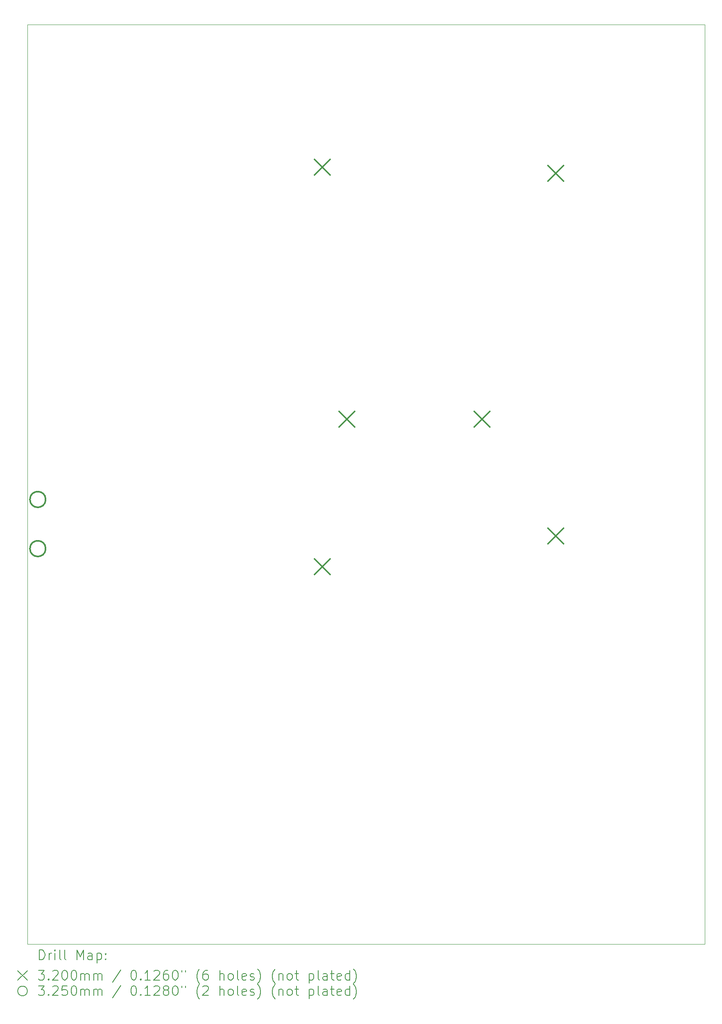
<source format=gbr>
%TF.GenerationSoftware,KiCad,Pcbnew,7.0.1*%
%TF.CreationDate,2023-08-28T22:07:16-05:00*%
%TF.ProjectId,Control v1,436f6e74-726f-46c2-9076-312e6b696361,0.1*%
%TF.SameCoordinates,Original*%
%TF.FileFunction,Drillmap*%
%TF.FilePolarity,Positive*%
%FSLAX45Y45*%
G04 Gerber Fmt 4.5, Leading zero omitted, Abs format (unit mm)*
G04 Created by KiCad (PCBNEW 7.0.1) date 2023-08-28 22:07:16*
%MOMM*%
%LPD*%
G01*
G04 APERTURE LIST*
%ADD10C,0.100000*%
%ADD11C,0.200000*%
%ADD12C,0.320000*%
%ADD13C,0.325000*%
G04 APERTURE END LIST*
D10*
X5000000Y-22500000D02*
X19000000Y-22500000D01*
X5000000Y-3500000D02*
X5000000Y-22500000D01*
X19000000Y-22500000D02*
X19000000Y-3500000D01*
X19000000Y-3500000D02*
X5000000Y-3500000D01*
D11*
D12*
X10932000Y-6285000D02*
X11252000Y-6605000D01*
X11252000Y-6285000D02*
X10932000Y-6605000D01*
X10932000Y-14540000D02*
X11252000Y-14860000D01*
X11252000Y-14540000D02*
X10932000Y-14860000D01*
X11440000Y-11492000D02*
X11760000Y-11812000D01*
X11760000Y-11492000D02*
X11440000Y-11812000D01*
X14234000Y-11492000D02*
X14554000Y-11812000D01*
X14554000Y-11492000D02*
X14234000Y-11812000D01*
X15758000Y-6412000D02*
X16078000Y-6732000D01*
X16078000Y-6412000D02*
X15758000Y-6732000D01*
X15758000Y-13905000D02*
X16078000Y-14225000D01*
X16078000Y-13905000D02*
X15758000Y-14225000D01*
D13*
X5373500Y-13309000D02*
G75*
G03*
X5373500Y-13309000I-162500J0D01*
G01*
X5373500Y-14325000D02*
G75*
G03*
X5373500Y-14325000I-162500J0D01*
G01*
D11*
X5242619Y-22817524D02*
X5242619Y-22617524D01*
X5242619Y-22617524D02*
X5290238Y-22617524D01*
X5290238Y-22617524D02*
X5318810Y-22627048D01*
X5318810Y-22627048D02*
X5337857Y-22646095D01*
X5337857Y-22646095D02*
X5347381Y-22665143D01*
X5347381Y-22665143D02*
X5356905Y-22703238D01*
X5356905Y-22703238D02*
X5356905Y-22731809D01*
X5356905Y-22731809D02*
X5347381Y-22769905D01*
X5347381Y-22769905D02*
X5337857Y-22788952D01*
X5337857Y-22788952D02*
X5318810Y-22808000D01*
X5318810Y-22808000D02*
X5290238Y-22817524D01*
X5290238Y-22817524D02*
X5242619Y-22817524D01*
X5442619Y-22817524D02*
X5442619Y-22684190D01*
X5442619Y-22722286D02*
X5452143Y-22703238D01*
X5452143Y-22703238D02*
X5461667Y-22693714D01*
X5461667Y-22693714D02*
X5480714Y-22684190D01*
X5480714Y-22684190D02*
X5499762Y-22684190D01*
X5566429Y-22817524D02*
X5566429Y-22684190D01*
X5566429Y-22617524D02*
X5556905Y-22627048D01*
X5556905Y-22627048D02*
X5566429Y-22636571D01*
X5566429Y-22636571D02*
X5575952Y-22627048D01*
X5575952Y-22627048D02*
X5566429Y-22617524D01*
X5566429Y-22617524D02*
X5566429Y-22636571D01*
X5690238Y-22817524D02*
X5671190Y-22808000D01*
X5671190Y-22808000D02*
X5661667Y-22788952D01*
X5661667Y-22788952D02*
X5661667Y-22617524D01*
X5795000Y-22817524D02*
X5775952Y-22808000D01*
X5775952Y-22808000D02*
X5766428Y-22788952D01*
X5766428Y-22788952D02*
X5766428Y-22617524D01*
X6023571Y-22817524D02*
X6023571Y-22617524D01*
X6023571Y-22617524D02*
X6090238Y-22760381D01*
X6090238Y-22760381D02*
X6156905Y-22617524D01*
X6156905Y-22617524D02*
X6156905Y-22817524D01*
X6337857Y-22817524D02*
X6337857Y-22712762D01*
X6337857Y-22712762D02*
X6328333Y-22693714D01*
X6328333Y-22693714D02*
X6309286Y-22684190D01*
X6309286Y-22684190D02*
X6271190Y-22684190D01*
X6271190Y-22684190D02*
X6252143Y-22693714D01*
X6337857Y-22808000D02*
X6318809Y-22817524D01*
X6318809Y-22817524D02*
X6271190Y-22817524D01*
X6271190Y-22817524D02*
X6252143Y-22808000D01*
X6252143Y-22808000D02*
X6242619Y-22788952D01*
X6242619Y-22788952D02*
X6242619Y-22769905D01*
X6242619Y-22769905D02*
X6252143Y-22750857D01*
X6252143Y-22750857D02*
X6271190Y-22741333D01*
X6271190Y-22741333D02*
X6318809Y-22741333D01*
X6318809Y-22741333D02*
X6337857Y-22731809D01*
X6433095Y-22684190D02*
X6433095Y-22884190D01*
X6433095Y-22693714D02*
X6452143Y-22684190D01*
X6452143Y-22684190D02*
X6490238Y-22684190D01*
X6490238Y-22684190D02*
X6509286Y-22693714D01*
X6509286Y-22693714D02*
X6518809Y-22703238D01*
X6518809Y-22703238D02*
X6528333Y-22722286D01*
X6528333Y-22722286D02*
X6528333Y-22779428D01*
X6528333Y-22779428D02*
X6518809Y-22798476D01*
X6518809Y-22798476D02*
X6509286Y-22808000D01*
X6509286Y-22808000D02*
X6490238Y-22817524D01*
X6490238Y-22817524D02*
X6452143Y-22817524D01*
X6452143Y-22817524D02*
X6433095Y-22808000D01*
X6614048Y-22798476D02*
X6623571Y-22808000D01*
X6623571Y-22808000D02*
X6614048Y-22817524D01*
X6614048Y-22817524D02*
X6604524Y-22808000D01*
X6604524Y-22808000D02*
X6614048Y-22798476D01*
X6614048Y-22798476D02*
X6614048Y-22817524D01*
X6614048Y-22693714D02*
X6623571Y-22703238D01*
X6623571Y-22703238D02*
X6614048Y-22712762D01*
X6614048Y-22712762D02*
X6604524Y-22703238D01*
X6604524Y-22703238D02*
X6614048Y-22693714D01*
X6614048Y-22693714D02*
X6614048Y-22712762D01*
X4795000Y-23045000D02*
X4995000Y-23245000D01*
X4995000Y-23045000D02*
X4795000Y-23245000D01*
X5223571Y-23037524D02*
X5347381Y-23037524D01*
X5347381Y-23037524D02*
X5280714Y-23113714D01*
X5280714Y-23113714D02*
X5309286Y-23113714D01*
X5309286Y-23113714D02*
X5328333Y-23123238D01*
X5328333Y-23123238D02*
X5337857Y-23132762D01*
X5337857Y-23132762D02*
X5347381Y-23151809D01*
X5347381Y-23151809D02*
X5347381Y-23199428D01*
X5347381Y-23199428D02*
X5337857Y-23218476D01*
X5337857Y-23218476D02*
X5328333Y-23228000D01*
X5328333Y-23228000D02*
X5309286Y-23237524D01*
X5309286Y-23237524D02*
X5252143Y-23237524D01*
X5252143Y-23237524D02*
X5233095Y-23228000D01*
X5233095Y-23228000D02*
X5223571Y-23218476D01*
X5433095Y-23218476D02*
X5442619Y-23228000D01*
X5442619Y-23228000D02*
X5433095Y-23237524D01*
X5433095Y-23237524D02*
X5423571Y-23228000D01*
X5423571Y-23228000D02*
X5433095Y-23218476D01*
X5433095Y-23218476D02*
X5433095Y-23237524D01*
X5518810Y-23056571D02*
X5528333Y-23047048D01*
X5528333Y-23047048D02*
X5547381Y-23037524D01*
X5547381Y-23037524D02*
X5595000Y-23037524D01*
X5595000Y-23037524D02*
X5614048Y-23047048D01*
X5614048Y-23047048D02*
X5623571Y-23056571D01*
X5623571Y-23056571D02*
X5633095Y-23075619D01*
X5633095Y-23075619D02*
X5633095Y-23094667D01*
X5633095Y-23094667D02*
X5623571Y-23123238D01*
X5623571Y-23123238D02*
X5509286Y-23237524D01*
X5509286Y-23237524D02*
X5633095Y-23237524D01*
X5756905Y-23037524D02*
X5775952Y-23037524D01*
X5775952Y-23037524D02*
X5795000Y-23047048D01*
X5795000Y-23047048D02*
X5804524Y-23056571D01*
X5804524Y-23056571D02*
X5814048Y-23075619D01*
X5814048Y-23075619D02*
X5823571Y-23113714D01*
X5823571Y-23113714D02*
X5823571Y-23161333D01*
X5823571Y-23161333D02*
X5814048Y-23199428D01*
X5814048Y-23199428D02*
X5804524Y-23218476D01*
X5804524Y-23218476D02*
X5795000Y-23228000D01*
X5795000Y-23228000D02*
X5775952Y-23237524D01*
X5775952Y-23237524D02*
X5756905Y-23237524D01*
X5756905Y-23237524D02*
X5737857Y-23228000D01*
X5737857Y-23228000D02*
X5728333Y-23218476D01*
X5728333Y-23218476D02*
X5718809Y-23199428D01*
X5718809Y-23199428D02*
X5709286Y-23161333D01*
X5709286Y-23161333D02*
X5709286Y-23113714D01*
X5709286Y-23113714D02*
X5718809Y-23075619D01*
X5718809Y-23075619D02*
X5728333Y-23056571D01*
X5728333Y-23056571D02*
X5737857Y-23047048D01*
X5737857Y-23047048D02*
X5756905Y-23037524D01*
X5947381Y-23037524D02*
X5966429Y-23037524D01*
X5966429Y-23037524D02*
X5985476Y-23047048D01*
X5985476Y-23047048D02*
X5995000Y-23056571D01*
X5995000Y-23056571D02*
X6004524Y-23075619D01*
X6004524Y-23075619D02*
X6014048Y-23113714D01*
X6014048Y-23113714D02*
X6014048Y-23161333D01*
X6014048Y-23161333D02*
X6004524Y-23199428D01*
X6004524Y-23199428D02*
X5995000Y-23218476D01*
X5995000Y-23218476D02*
X5985476Y-23228000D01*
X5985476Y-23228000D02*
X5966429Y-23237524D01*
X5966429Y-23237524D02*
X5947381Y-23237524D01*
X5947381Y-23237524D02*
X5928333Y-23228000D01*
X5928333Y-23228000D02*
X5918809Y-23218476D01*
X5918809Y-23218476D02*
X5909286Y-23199428D01*
X5909286Y-23199428D02*
X5899762Y-23161333D01*
X5899762Y-23161333D02*
X5899762Y-23113714D01*
X5899762Y-23113714D02*
X5909286Y-23075619D01*
X5909286Y-23075619D02*
X5918809Y-23056571D01*
X5918809Y-23056571D02*
X5928333Y-23047048D01*
X5928333Y-23047048D02*
X5947381Y-23037524D01*
X6099762Y-23237524D02*
X6099762Y-23104190D01*
X6099762Y-23123238D02*
X6109286Y-23113714D01*
X6109286Y-23113714D02*
X6128333Y-23104190D01*
X6128333Y-23104190D02*
X6156905Y-23104190D01*
X6156905Y-23104190D02*
X6175952Y-23113714D01*
X6175952Y-23113714D02*
X6185476Y-23132762D01*
X6185476Y-23132762D02*
X6185476Y-23237524D01*
X6185476Y-23132762D02*
X6195000Y-23113714D01*
X6195000Y-23113714D02*
X6214048Y-23104190D01*
X6214048Y-23104190D02*
X6242619Y-23104190D01*
X6242619Y-23104190D02*
X6261667Y-23113714D01*
X6261667Y-23113714D02*
X6271190Y-23132762D01*
X6271190Y-23132762D02*
X6271190Y-23237524D01*
X6366429Y-23237524D02*
X6366429Y-23104190D01*
X6366429Y-23123238D02*
X6375952Y-23113714D01*
X6375952Y-23113714D02*
X6395000Y-23104190D01*
X6395000Y-23104190D02*
X6423571Y-23104190D01*
X6423571Y-23104190D02*
X6442619Y-23113714D01*
X6442619Y-23113714D02*
X6452143Y-23132762D01*
X6452143Y-23132762D02*
X6452143Y-23237524D01*
X6452143Y-23132762D02*
X6461667Y-23113714D01*
X6461667Y-23113714D02*
X6480714Y-23104190D01*
X6480714Y-23104190D02*
X6509286Y-23104190D01*
X6509286Y-23104190D02*
X6528333Y-23113714D01*
X6528333Y-23113714D02*
X6537857Y-23132762D01*
X6537857Y-23132762D02*
X6537857Y-23237524D01*
X6928333Y-23028000D02*
X6756905Y-23285143D01*
X7185476Y-23037524D02*
X7204524Y-23037524D01*
X7204524Y-23037524D02*
X7223572Y-23047048D01*
X7223572Y-23047048D02*
X7233095Y-23056571D01*
X7233095Y-23056571D02*
X7242619Y-23075619D01*
X7242619Y-23075619D02*
X7252143Y-23113714D01*
X7252143Y-23113714D02*
X7252143Y-23161333D01*
X7252143Y-23161333D02*
X7242619Y-23199428D01*
X7242619Y-23199428D02*
X7233095Y-23218476D01*
X7233095Y-23218476D02*
X7223572Y-23228000D01*
X7223572Y-23228000D02*
X7204524Y-23237524D01*
X7204524Y-23237524D02*
X7185476Y-23237524D01*
X7185476Y-23237524D02*
X7166429Y-23228000D01*
X7166429Y-23228000D02*
X7156905Y-23218476D01*
X7156905Y-23218476D02*
X7147381Y-23199428D01*
X7147381Y-23199428D02*
X7137857Y-23161333D01*
X7137857Y-23161333D02*
X7137857Y-23113714D01*
X7137857Y-23113714D02*
X7147381Y-23075619D01*
X7147381Y-23075619D02*
X7156905Y-23056571D01*
X7156905Y-23056571D02*
X7166429Y-23047048D01*
X7166429Y-23047048D02*
X7185476Y-23037524D01*
X7337857Y-23218476D02*
X7347381Y-23228000D01*
X7347381Y-23228000D02*
X7337857Y-23237524D01*
X7337857Y-23237524D02*
X7328333Y-23228000D01*
X7328333Y-23228000D02*
X7337857Y-23218476D01*
X7337857Y-23218476D02*
X7337857Y-23237524D01*
X7537857Y-23237524D02*
X7423572Y-23237524D01*
X7480714Y-23237524D02*
X7480714Y-23037524D01*
X7480714Y-23037524D02*
X7461667Y-23066095D01*
X7461667Y-23066095D02*
X7442619Y-23085143D01*
X7442619Y-23085143D02*
X7423572Y-23094667D01*
X7614048Y-23056571D02*
X7623572Y-23047048D01*
X7623572Y-23047048D02*
X7642619Y-23037524D01*
X7642619Y-23037524D02*
X7690238Y-23037524D01*
X7690238Y-23037524D02*
X7709286Y-23047048D01*
X7709286Y-23047048D02*
X7718810Y-23056571D01*
X7718810Y-23056571D02*
X7728333Y-23075619D01*
X7728333Y-23075619D02*
X7728333Y-23094667D01*
X7728333Y-23094667D02*
X7718810Y-23123238D01*
X7718810Y-23123238D02*
X7604524Y-23237524D01*
X7604524Y-23237524D02*
X7728333Y-23237524D01*
X7899762Y-23037524D02*
X7861667Y-23037524D01*
X7861667Y-23037524D02*
X7842619Y-23047048D01*
X7842619Y-23047048D02*
X7833095Y-23056571D01*
X7833095Y-23056571D02*
X7814048Y-23085143D01*
X7814048Y-23085143D02*
X7804524Y-23123238D01*
X7804524Y-23123238D02*
X7804524Y-23199428D01*
X7804524Y-23199428D02*
X7814048Y-23218476D01*
X7814048Y-23218476D02*
X7823572Y-23228000D01*
X7823572Y-23228000D02*
X7842619Y-23237524D01*
X7842619Y-23237524D02*
X7880714Y-23237524D01*
X7880714Y-23237524D02*
X7899762Y-23228000D01*
X7899762Y-23228000D02*
X7909286Y-23218476D01*
X7909286Y-23218476D02*
X7918810Y-23199428D01*
X7918810Y-23199428D02*
X7918810Y-23151809D01*
X7918810Y-23151809D02*
X7909286Y-23132762D01*
X7909286Y-23132762D02*
X7899762Y-23123238D01*
X7899762Y-23123238D02*
X7880714Y-23113714D01*
X7880714Y-23113714D02*
X7842619Y-23113714D01*
X7842619Y-23113714D02*
X7823572Y-23123238D01*
X7823572Y-23123238D02*
X7814048Y-23132762D01*
X7814048Y-23132762D02*
X7804524Y-23151809D01*
X8042619Y-23037524D02*
X8061667Y-23037524D01*
X8061667Y-23037524D02*
X8080714Y-23047048D01*
X8080714Y-23047048D02*
X8090238Y-23056571D01*
X8090238Y-23056571D02*
X8099762Y-23075619D01*
X8099762Y-23075619D02*
X8109286Y-23113714D01*
X8109286Y-23113714D02*
X8109286Y-23161333D01*
X8109286Y-23161333D02*
X8099762Y-23199428D01*
X8099762Y-23199428D02*
X8090238Y-23218476D01*
X8090238Y-23218476D02*
X8080714Y-23228000D01*
X8080714Y-23228000D02*
X8061667Y-23237524D01*
X8061667Y-23237524D02*
X8042619Y-23237524D01*
X8042619Y-23237524D02*
X8023572Y-23228000D01*
X8023572Y-23228000D02*
X8014048Y-23218476D01*
X8014048Y-23218476D02*
X8004524Y-23199428D01*
X8004524Y-23199428D02*
X7995000Y-23161333D01*
X7995000Y-23161333D02*
X7995000Y-23113714D01*
X7995000Y-23113714D02*
X8004524Y-23075619D01*
X8004524Y-23075619D02*
X8014048Y-23056571D01*
X8014048Y-23056571D02*
X8023572Y-23047048D01*
X8023572Y-23047048D02*
X8042619Y-23037524D01*
X8185476Y-23037524D02*
X8185476Y-23075619D01*
X8261667Y-23037524D02*
X8261667Y-23075619D01*
X8556905Y-23313714D02*
X8547381Y-23304190D01*
X8547381Y-23304190D02*
X8528334Y-23275619D01*
X8528334Y-23275619D02*
X8518810Y-23256571D01*
X8518810Y-23256571D02*
X8509286Y-23228000D01*
X8509286Y-23228000D02*
X8499762Y-23180381D01*
X8499762Y-23180381D02*
X8499762Y-23142286D01*
X8499762Y-23142286D02*
X8509286Y-23094667D01*
X8509286Y-23094667D02*
X8518810Y-23066095D01*
X8518810Y-23066095D02*
X8528334Y-23047048D01*
X8528334Y-23047048D02*
X8547381Y-23018476D01*
X8547381Y-23018476D02*
X8556905Y-23008952D01*
X8718810Y-23037524D02*
X8680715Y-23037524D01*
X8680715Y-23037524D02*
X8661667Y-23047048D01*
X8661667Y-23047048D02*
X8652143Y-23056571D01*
X8652143Y-23056571D02*
X8633096Y-23085143D01*
X8633096Y-23085143D02*
X8623572Y-23123238D01*
X8623572Y-23123238D02*
X8623572Y-23199428D01*
X8623572Y-23199428D02*
X8633096Y-23218476D01*
X8633096Y-23218476D02*
X8642619Y-23228000D01*
X8642619Y-23228000D02*
X8661667Y-23237524D01*
X8661667Y-23237524D02*
X8699762Y-23237524D01*
X8699762Y-23237524D02*
X8718810Y-23228000D01*
X8718810Y-23228000D02*
X8728334Y-23218476D01*
X8728334Y-23218476D02*
X8737857Y-23199428D01*
X8737857Y-23199428D02*
X8737857Y-23151809D01*
X8737857Y-23151809D02*
X8728334Y-23132762D01*
X8728334Y-23132762D02*
X8718810Y-23123238D01*
X8718810Y-23123238D02*
X8699762Y-23113714D01*
X8699762Y-23113714D02*
X8661667Y-23113714D01*
X8661667Y-23113714D02*
X8642619Y-23123238D01*
X8642619Y-23123238D02*
X8633096Y-23132762D01*
X8633096Y-23132762D02*
X8623572Y-23151809D01*
X8975953Y-23237524D02*
X8975953Y-23037524D01*
X9061667Y-23237524D02*
X9061667Y-23132762D01*
X9061667Y-23132762D02*
X9052143Y-23113714D01*
X9052143Y-23113714D02*
X9033096Y-23104190D01*
X9033096Y-23104190D02*
X9004524Y-23104190D01*
X9004524Y-23104190D02*
X8985477Y-23113714D01*
X8985477Y-23113714D02*
X8975953Y-23123238D01*
X9185477Y-23237524D02*
X9166429Y-23228000D01*
X9166429Y-23228000D02*
X9156905Y-23218476D01*
X9156905Y-23218476D02*
X9147381Y-23199428D01*
X9147381Y-23199428D02*
X9147381Y-23142286D01*
X9147381Y-23142286D02*
X9156905Y-23123238D01*
X9156905Y-23123238D02*
X9166429Y-23113714D01*
X9166429Y-23113714D02*
X9185477Y-23104190D01*
X9185477Y-23104190D02*
X9214048Y-23104190D01*
X9214048Y-23104190D02*
X9233096Y-23113714D01*
X9233096Y-23113714D02*
X9242619Y-23123238D01*
X9242619Y-23123238D02*
X9252143Y-23142286D01*
X9252143Y-23142286D02*
X9252143Y-23199428D01*
X9252143Y-23199428D02*
X9242619Y-23218476D01*
X9242619Y-23218476D02*
X9233096Y-23228000D01*
X9233096Y-23228000D02*
X9214048Y-23237524D01*
X9214048Y-23237524D02*
X9185477Y-23237524D01*
X9366429Y-23237524D02*
X9347381Y-23228000D01*
X9347381Y-23228000D02*
X9337858Y-23208952D01*
X9337858Y-23208952D02*
X9337858Y-23037524D01*
X9518810Y-23228000D02*
X9499762Y-23237524D01*
X9499762Y-23237524D02*
X9461667Y-23237524D01*
X9461667Y-23237524D02*
X9442619Y-23228000D01*
X9442619Y-23228000D02*
X9433096Y-23208952D01*
X9433096Y-23208952D02*
X9433096Y-23132762D01*
X9433096Y-23132762D02*
X9442619Y-23113714D01*
X9442619Y-23113714D02*
X9461667Y-23104190D01*
X9461667Y-23104190D02*
X9499762Y-23104190D01*
X9499762Y-23104190D02*
X9518810Y-23113714D01*
X9518810Y-23113714D02*
X9528334Y-23132762D01*
X9528334Y-23132762D02*
X9528334Y-23151809D01*
X9528334Y-23151809D02*
X9433096Y-23170857D01*
X9604524Y-23228000D02*
X9623572Y-23237524D01*
X9623572Y-23237524D02*
X9661667Y-23237524D01*
X9661667Y-23237524D02*
X9680715Y-23228000D01*
X9680715Y-23228000D02*
X9690239Y-23208952D01*
X9690239Y-23208952D02*
X9690239Y-23199428D01*
X9690239Y-23199428D02*
X9680715Y-23180381D01*
X9680715Y-23180381D02*
X9661667Y-23170857D01*
X9661667Y-23170857D02*
X9633096Y-23170857D01*
X9633096Y-23170857D02*
X9614048Y-23161333D01*
X9614048Y-23161333D02*
X9604524Y-23142286D01*
X9604524Y-23142286D02*
X9604524Y-23132762D01*
X9604524Y-23132762D02*
X9614048Y-23113714D01*
X9614048Y-23113714D02*
X9633096Y-23104190D01*
X9633096Y-23104190D02*
X9661667Y-23104190D01*
X9661667Y-23104190D02*
X9680715Y-23113714D01*
X9756905Y-23313714D02*
X9766429Y-23304190D01*
X9766429Y-23304190D02*
X9785477Y-23275619D01*
X9785477Y-23275619D02*
X9795000Y-23256571D01*
X9795000Y-23256571D02*
X9804524Y-23228000D01*
X9804524Y-23228000D02*
X9814048Y-23180381D01*
X9814048Y-23180381D02*
X9814048Y-23142286D01*
X9814048Y-23142286D02*
X9804524Y-23094667D01*
X9804524Y-23094667D02*
X9795000Y-23066095D01*
X9795000Y-23066095D02*
X9785477Y-23047048D01*
X9785477Y-23047048D02*
X9766429Y-23018476D01*
X9766429Y-23018476D02*
X9756905Y-23008952D01*
X10118810Y-23313714D02*
X10109286Y-23304190D01*
X10109286Y-23304190D02*
X10090239Y-23275619D01*
X10090239Y-23275619D02*
X10080715Y-23256571D01*
X10080715Y-23256571D02*
X10071191Y-23228000D01*
X10071191Y-23228000D02*
X10061667Y-23180381D01*
X10061667Y-23180381D02*
X10061667Y-23142286D01*
X10061667Y-23142286D02*
X10071191Y-23094667D01*
X10071191Y-23094667D02*
X10080715Y-23066095D01*
X10080715Y-23066095D02*
X10090239Y-23047048D01*
X10090239Y-23047048D02*
X10109286Y-23018476D01*
X10109286Y-23018476D02*
X10118810Y-23008952D01*
X10195000Y-23104190D02*
X10195000Y-23237524D01*
X10195000Y-23123238D02*
X10204524Y-23113714D01*
X10204524Y-23113714D02*
X10223572Y-23104190D01*
X10223572Y-23104190D02*
X10252143Y-23104190D01*
X10252143Y-23104190D02*
X10271191Y-23113714D01*
X10271191Y-23113714D02*
X10280715Y-23132762D01*
X10280715Y-23132762D02*
X10280715Y-23237524D01*
X10404524Y-23237524D02*
X10385477Y-23228000D01*
X10385477Y-23228000D02*
X10375953Y-23218476D01*
X10375953Y-23218476D02*
X10366429Y-23199428D01*
X10366429Y-23199428D02*
X10366429Y-23142286D01*
X10366429Y-23142286D02*
X10375953Y-23123238D01*
X10375953Y-23123238D02*
X10385477Y-23113714D01*
X10385477Y-23113714D02*
X10404524Y-23104190D01*
X10404524Y-23104190D02*
X10433096Y-23104190D01*
X10433096Y-23104190D02*
X10452143Y-23113714D01*
X10452143Y-23113714D02*
X10461667Y-23123238D01*
X10461667Y-23123238D02*
X10471191Y-23142286D01*
X10471191Y-23142286D02*
X10471191Y-23199428D01*
X10471191Y-23199428D02*
X10461667Y-23218476D01*
X10461667Y-23218476D02*
X10452143Y-23228000D01*
X10452143Y-23228000D02*
X10433096Y-23237524D01*
X10433096Y-23237524D02*
X10404524Y-23237524D01*
X10528334Y-23104190D02*
X10604524Y-23104190D01*
X10556905Y-23037524D02*
X10556905Y-23208952D01*
X10556905Y-23208952D02*
X10566429Y-23228000D01*
X10566429Y-23228000D02*
X10585477Y-23237524D01*
X10585477Y-23237524D02*
X10604524Y-23237524D01*
X10823572Y-23104190D02*
X10823572Y-23304190D01*
X10823572Y-23113714D02*
X10842620Y-23104190D01*
X10842620Y-23104190D02*
X10880715Y-23104190D01*
X10880715Y-23104190D02*
X10899762Y-23113714D01*
X10899762Y-23113714D02*
X10909286Y-23123238D01*
X10909286Y-23123238D02*
X10918810Y-23142286D01*
X10918810Y-23142286D02*
X10918810Y-23199428D01*
X10918810Y-23199428D02*
X10909286Y-23218476D01*
X10909286Y-23218476D02*
X10899762Y-23228000D01*
X10899762Y-23228000D02*
X10880715Y-23237524D01*
X10880715Y-23237524D02*
X10842620Y-23237524D01*
X10842620Y-23237524D02*
X10823572Y-23228000D01*
X11033096Y-23237524D02*
X11014048Y-23228000D01*
X11014048Y-23228000D02*
X11004524Y-23208952D01*
X11004524Y-23208952D02*
X11004524Y-23037524D01*
X11195000Y-23237524D02*
X11195000Y-23132762D01*
X11195000Y-23132762D02*
X11185477Y-23113714D01*
X11185477Y-23113714D02*
X11166429Y-23104190D01*
X11166429Y-23104190D02*
X11128334Y-23104190D01*
X11128334Y-23104190D02*
X11109286Y-23113714D01*
X11195000Y-23228000D02*
X11175953Y-23237524D01*
X11175953Y-23237524D02*
X11128334Y-23237524D01*
X11128334Y-23237524D02*
X11109286Y-23228000D01*
X11109286Y-23228000D02*
X11099762Y-23208952D01*
X11099762Y-23208952D02*
X11099762Y-23189905D01*
X11099762Y-23189905D02*
X11109286Y-23170857D01*
X11109286Y-23170857D02*
X11128334Y-23161333D01*
X11128334Y-23161333D02*
X11175953Y-23161333D01*
X11175953Y-23161333D02*
X11195000Y-23151809D01*
X11261667Y-23104190D02*
X11337858Y-23104190D01*
X11290239Y-23037524D02*
X11290239Y-23208952D01*
X11290239Y-23208952D02*
X11299762Y-23228000D01*
X11299762Y-23228000D02*
X11318810Y-23237524D01*
X11318810Y-23237524D02*
X11337858Y-23237524D01*
X11480715Y-23228000D02*
X11461667Y-23237524D01*
X11461667Y-23237524D02*
X11423572Y-23237524D01*
X11423572Y-23237524D02*
X11404524Y-23228000D01*
X11404524Y-23228000D02*
X11395000Y-23208952D01*
X11395000Y-23208952D02*
X11395000Y-23132762D01*
X11395000Y-23132762D02*
X11404524Y-23113714D01*
X11404524Y-23113714D02*
X11423572Y-23104190D01*
X11423572Y-23104190D02*
X11461667Y-23104190D01*
X11461667Y-23104190D02*
X11480715Y-23113714D01*
X11480715Y-23113714D02*
X11490239Y-23132762D01*
X11490239Y-23132762D02*
X11490239Y-23151809D01*
X11490239Y-23151809D02*
X11395000Y-23170857D01*
X11661667Y-23237524D02*
X11661667Y-23037524D01*
X11661667Y-23228000D02*
X11642620Y-23237524D01*
X11642620Y-23237524D02*
X11604524Y-23237524D01*
X11604524Y-23237524D02*
X11585477Y-23228000D01*
X11585477Y-23228000D02*
X11575953Y-23218476D01*
X11575953Y-23218476D02*
X11566429Y-23199428D01*
X11566429Y-23199428D02*
X11566429Y-23142286D01*
X11566429Y-23142286D02*
X11575953Y-23123238D01*
X11575953Y-23123238D02*
X11585477Y-23113714D01*
X11585477Y-23113714D02*
X11604524Y-23104190D01*
X11604524Y-23104190D02*
X11642620Y-23104190D01*
X11642620Y-23104190D02*
X11661667Y-23113714D01*
X11737858Y-23313714D02*
X11747381Y-23304190D01*
X11747381Y-23304190D02*
X11766429Y-23275619D01*
X11766429Y-23275619D02*
X11775953Y-23256571D01*
X11775953Y-23256571D02*
X11785477Y-23228000D01*
X11785477Y-23228000D02*
X11795000Y-23180381D01*
X11795000Y-23180381D02*
X11795000Y-23142286D01*
X11795000Y-23142286D02*
X11785477Y-23094667D01*
X11785477Y-23094667D02*
X11775953Y-23066095D01*
X11775953Y-23066095D02*
X11766429Y-23047048D01*
X11766429Y-23047048D02*
X11747381Y-23018476D01*
X11747381Y-23018476D02*
X11737858Y-23008952D01*
X4995000Y-23465000D02*
G75*
G03*
X4995000Y-23465000I-100000J0D01*
G01*
X5223571Y-23357524D02*
X5347381Y-23357524D01*
X5347381Y-23357524D02*
X5280714Y-23433714D01*
X5280714Y-23433714D02*
X5309286Y-23433714D01*
X5309286Y-23433714D02*
X5328333Y-23443238D01*
X5328333Y-23443238D02*
X5337857Y-23452762D01*
X5337857Y-23452762D02*
X5347381Y-23471809D01*
X5347381Y-23471809D02*
X5347381Y-23519428D01*
X5347381Y-23519428D02*
X5337857Y-23538476D01*
X5337857Y-23538476D02*
X5328333Y-23548000D01*
X5328333Y-23548000D02*
X5309286Y-23557524D01*
X5309286Y-23557524D02*
X5252143Y-23557524D01*
X5252143Y-23557524D02*
X5233095Y-23548000D01*
X5233095Y-23548000D02*
X5223571Y-23538476D01*
X5433095Y-23538476D02*
X5442619Y-23548000D01*
X5442619Y-23548000D02*
X5433095Y-23557524D01*
X5433095Y-23557524D02*
X5423571Y-23548000D01*
X5423571Y-23548000D02*
X5433095Y-23538476D01*
X5433095Y-23538476D02*
X5433095Y-23557524D01*
X5518810Y-23376571D02*
X5528333Y-23367048D01*
X5528333Y-23367048D02*
X5547381Y-23357524D01*
X5547381Y-23357524D02*
X5595000Y-23357524D01*
X5595000Y-23357524D02*
X5614048Y-23367048D01*
X5614048Y-23367048D02*
X5623571Y-23376571D01*
X5623571Y-23376571D02*
X5633095Y-23395619D01*
X5633095Y-23395619D02*
X5633095Y-23414667D01*
X5633095Y-23414667D02*
X5623571Y-23443238D01*
X5623571Y-23443238D02*
X5509286Y-23557524D01*
X5509286Y-23557524D02*
X5633095Y-23557524D01*
X5814048Y-23357524D02*
X5718809Y-23357524D01*
X5718809Y-23357524D02*
X5709286Y-23452762D01*
X5709286Y-23452762D02*
X5718809Y-23443238D01*
X5718809Y-23443238D02*
X5737857Y-23433714D01*
X5737857Y-23433714D02*
X5785476Y-23433714D01*
X5785476Y-23433714D02*
X5804524Y-23443238D01*
X5804524Y-23443238D02*
X5814048Y-23452762D01*
X5814048Y-23452762D02*
X5823571Y-23471809D01*
X5823571Y-23471809D02*
X5823571Y-23519428D01*
X5823571Y-23519428D02*
X5814048Y-23538476D01*
X5814048Y-23538476D02*
X5804524Y-23548000D01*
X5804524Y-23548000D02*
X5785476Y-23557524D01*
X5785476Y-23557524D02*
X5737857Y-23557524D01*
X5737857Y-23557524D02*
X5718809Y-23548000D01*
X5718809Y-23548000D02*
X5709286Y-23538476D01*
X5947381Y-23357524D02*
X5966429Y-23357524D01*
X5966429Y-23357524D02*
X5985476Y-23367048D01*
X5985476Y-23367048D02*
X5995000Y-23376571D01*
X5995000Y-23376571D02*
X6004524Y-23395619D01*
X6004524Y-23395619D02*
X6014048Y-23433714D01*
X6014048Y-23433714D02*
X6014048Y-23481333D01*
X6014048Y-23481333D02*
X6004524Y-23519428D01*
X6004524Y-23519428D02*
X5995000Y-23538476D01*
X5995000Y-23538476D02*
X5985476Y-23548000D01*
X5985476Y-23548000D02*
X5966429Y-23557524D01*
X5966429Y-23557524D02*
X5947381Y-23557524D01*
X5947381Y-23557524D02*
X5928333Y-23548000D01*
X5928333Y-23548000D02*
X5918809Y-23538476D01*
X5918809Y-23538476D02*
X5909286Y-23519428D01*
X5909286Y-23519428D02*
X5899762Y-23481333D01*
X5899762Y-23481333D02*
X5899762Y-23433714D01*
X5899762Y-23433714D02*
X5909286Y-23395619D01*
X5909286Y-23395619D02*
X5918809Y-23376571D01*
X5918809Y-23376571D02*
X5928333Y-23367048D01*
X5928333Y-23367048D02*
X5947381Y-23357524D01*
X6099762Y-23557524D02*
X6099762Y-23424190D01*
X6099762Y-23443238D02*
X6109286Y-23433714D01*
X6109286Y-23433714D02*
X6128333Y-23424190D01*
X6128333Y-23424190D02*
X6156905Y-23424190D01*
X6156905Y-23424190D02*
X6175952Y-23433714D01*
X6175952Y-23433714D02*
X6185476Y-23452762D01*
X6185476Y-23452762D02*
X6185476Y-23557524D01*
X6185476Y-23452762D02*
X6195000Y-23433714D01*
X6195000Y-23433714D02*
X6214048Y-23424190D01*
X6214048Y-23424190D02*
X6242619Y-23424190D01*
X6242619Y-23424190D02*
X6261667Y-23433714D01*
X6261667Y-23433714D02*
X6271190Y-23452762D01*
X6271190Y-23452762D02*
X6271190Y-23557524D01*
X6366429Y-23557524D02*
X6366429Y-23424190D01*
X6366429Y-23443238D02*
X6375952Y-23433714D01*
X6375952Y-23433714D02*
X6395000Y-23424190D01*
X6395000Y-23424190D02*
X6423571Y-23424190D01*
X6423571Y-23424190D02*
X6442619Y-23433714D01*
X6442619Y-23433714D02*
X6452143Y-23452762D01*
X6452143Y-23452762D02*
X6452143Y-23557524D01*
X6452143Y-23452762D02*
X6461667Y-23433714D01*
X6461667Y-23433714D02*
X6480714Y-23424190D01*
X6480714Y-23424190D02*
X6509286Y-23424190D01*
X6509286Y-23424190D02*
X6528333Y-23433714D01*
X6528333Y-23433714D02*
X6537857Y-23452762D01*
X6537857Y-23452762D02*
X6537857Y-23557524D01*
X6928333Y-23348000D02*
X6756905Y-23605143D01*
X7185476Y-23357524D02*
X7204524Y-23357524D01*
X7204524Y-23357524D02*
X7223572Y-23367048D01*
X7223572Y-23367048D02*
X7233095Y-23376571D01*
X7233095Y-23376571D02*
X7242619Y-23395619D01*
X7242619Y-23395619D02*
X7252143Y-23433714D01*
X7252143Y-23433714D02*
X7252143Y-23481333D01*
X7252143Y-23481333D02*
X7242619Y-23519428D01*
X7242619Y-23519428D02*
X7233095Y-23538476D01*
X7233095Y-23538476D02*
X7223572Y-23548000D01*
X7223572Y-23548000D02*
X7204524Y-23557524D01*
X7204524Y-23557524D02*
X7185476Y-23557524D01*
X7185476Y-23557524D02*
X7166429Y-23548000D01*
X7166429Y-23548000D02*
X7156905Y-23538476D01*
X7156905Y-23538476D02*
X7147381Y-23519428D01*
X7147381Y-23519428D02*
X7137857Y-23481333D01*
X7137857Y-23481333D02*
X7137857Y-23433714D01*
X7137857Y-23433714D02*
X7147381Y-23395619D01*
X7147381Y-23395619D02*
X7156905Y-23376571D01*
X7156905Y-23376571D02*
X7166429Y-23367048D01*
X7166429Y-23367048D02*
X7185476Y-23357524D01*
X7337857Y-23538476D02*
X7347381Y-23548000D01*
X7347381Y-23548000D02*
X7337857Y-23557524D01*
X7337857Y-23557524D02*
X7328333Y-23548000D01*
X7328333Y-23548000D02*
X7337857Y-23538476D01*
X7337857Y-23538476D02*
X7337857Y-23557524D01*
X7537857Y-23557524D02*
X7423572Y-23557524D01*
X7480714Y-23557524D02*
X7480714Y-23357524D01*
X7480714Y-23357524D02*
X7461667Y-23386095D01*
X7461667Y-23386095D02*
X7442619Y-23405143D01*
X7442619Y-23405143D02*
X7423572Y-23414667D01*
X7614048Y-23376571D02*
X7623572Y-23367048D01*
X7623572Y-23367048D02*
X7642619Y-23357524D01*
X7642619Y-23357524D02*
X7690238Y-23357524D01*
X7690238Y-23357524D02*
X7709286Y-23367048D01*
X7709286Y-23367048D02*
X7718810Y-23376571D01*
X7718810Y-23376571D02*
X7728333Y-23395619D01*
X7728333Y-23395619D02*
X7728333Y-23414667D01*
X7728333Y-23414667D02*
X7718810Y-23443238D01*
X7718810Y-23443238D02*
X7604524Y-23557524D01*
X7604524Y-23557524D02*
X7728333Y-23557524D01*
X7842619Y-23443238D02*
X7823572Y-23433714D01*
X7823572Y-23433714D02*
X7814048Y-23424190D01*
X7814048Y-23424190D02*
X7804524Y-23405143D01*
X7804524Y-23405143D02*
X7804524Y-23395619D01*
X7804524Y-23395619D02*
X7814048Y-23376571D01*
X7814048Y-23376571D02*
X7823572Y-23367048D01*
X7823572Y-23367048D02*
X7842619Y-23357524D01*
X7842619Y-23357524D02*
X7880714Y-23357524D01*
X7880714Y-23357524D02*
X7899762Y-23367048D01*
X7899762Y-23367048D02*
X7909286Y-23376571D01*
X7909286Y-23376571D02*
X7918810Y-23395619D01*
X7918810Y-23395619D02*
X7918810Y-23405143D01*
X7918810Y-23405143D02*
X7909286Y-23424190D01*
X7909286Y-23424190D02*
X7899762Y-23433714D01*
X7899762Y-23433714D02*
X7880714Y-23443238D01*
X7880714Y-23443238D02*
X7842619Y-23443238D01*
X7842619Y-23443238D02*
X7823572Y-23452762D01*
X7823572Y-23452762D02*
X7814048Y-23462286D01*
X7814048Y-23462286D02*
X7804524Y-23481333D01*
X7804524Y-23481333D02*
X7804524Y-23519428D01*
X7804524Y-23519428D02*
X7814048Y-23538476D01*
X7814048Y-23538476D02*
X7823572Y-23548000D01*
X7823572Y-23548000D02*
X7842619Y-23557524D01*
X7842619Y-23557524D02*
X7880714Y-23557524D01*
X7880714Y-23557524D02*
X7899762Y-23548000D01*
X7899762Y-23548000D02*
X7909286Y-23538476D01*
X7909286Y-23538476D02*
X7918810Y-23519428D01*
X7918810Y-23519428D02*
X7918810Y-23481333D01*
X7918810Y-23481333D02*
X7909286Y-23462286D01*
X7909286Y-23462286D02*
X7899762Y-23452762D01*
X7899762Y-23452762D02*
X7880714Y-23443238D01*
X8042619Y-23357524D02*
X8061667Y-23357524D01*
X8061667Y-23357524D02*
X8080714Y-23367048D01*
X8080714Y-23367048D02*
X8090238Y-23376571D01*
X8090238Y-23376571D02*
X8099762Y-23395619D01*
X8099762Y-23395619D02*
X8109286Y-23433714D01*
X8109286Y-23433714D02*
X8109286Y-23481333D01*
X8109286Y-23481333D02*
X8099762Y-23519428D01*
X8099762Y-23519428D02*
X8090238Y-23538476D01*
X8090238Y-23538476D02*
X8080714Y-23548000D01*
X8080714Y-23548000D02*
X8061667Y-23557524D01*
X8061667Y-23557524D02*
X8042619Y-23557524D01*
X8042619Y-23557524D02*
X8023572Y-23548000D01*
X8023572Y-23548000D02*
X8014048Y-23538476D01*
X8014048Y-23538476D02*
X8004524Y-23519428D01*
X8004524Y-23519428D02*
X7995000Y-23481333D01*
X7995000Y-23481333D02*
X7995000Y-23433714D01*
X7995000Y-23433714D02*
X8004524Y-23395619D01*
X8004524Y-23395619D02*
X8014048Y-23376571D01*
X8014048Y-23376571D02*
X8023572Y-23367048D01*
X8023572Y-23367048D02*
X8042619Y-23357524D01*
X8185476Y-23357524D02*
X8185476Y-23395619D01*
X8261667Y-23357524D02*
X8261667Y-23395619D01*
X8556905Y-23633714D02*
X8547381Y-23624190D01*
X8547381Y-23624190D02*
X8528334Y-23595619D01*
X8528334Y-23595619D02*
X8518810Y-23576571D01*
X8518810Y-23576571D02*
X8509286Y-23548000D01*
X8509286Y-23548000D02*
X8499762Y-23500381D01*
X8499762Y-23500381D02*
X8499762Y-23462286D01*
X8499762Y-23462286D02*
X8509286Y-23414667D01*
X8509286Y-23414667D02*
X8518810Y-23386095D01*
X8518810Y-23386095D02*
X8528334Y-23367048D01*
X8528334Y-23367048D02*
X8547381Y-23338476D01*
X8547381Y-23338476D02*
X8556905Y-23328952D01*
X8623572Y-23376571D02*
X8633096Y-23367048D01*
X8633096Y-23367048D02*
X8652143Y-23357524D01*
X8652143Y-23357524D02*
X8699762Y-23357524D01*
X8699762Y-23357524D02*
X8718810Y-23367048D01*
X8718810Y-23367048D02*
X8728334Y-23376571D01*
X8728334Y-23376571D02*
X8737857Y-23395619D01*
X8737857Y-23395619D02*
X8737857Y-23414667D01*
X8737857Y-23414667D02*
X8728334Y-23443238D01*
X8728334Y-23443238D02*
X8614048Y-23557524D01*
X8614048Y-23557524D02*
X8737857Y-23557524D01*
X8975953Y-23557524D02*
X8975953Y-23357524D01*
X9061667Y-23557524D02*
X9061667Y-23452762D01*
X9061667Y-23452762D02*
X9052143Y-23433714D01*
X9052143Y-23433714D02*
X9033096Y-23424190D01*
X9033096Y-23424190D02*
X9004524Y-23424190D01*
X9004524Y-23424190D02*
X8985477Y-23433714D01*
X8985477Y-23433714D02*
X8975953Y-23443238D01*
X9185477Y-23557524D02*
X9166429Y-23548000D01*
X9166429Y-23548000D02*
X9156905Y-23538476D01*
X9156905Y-23538476D02*
X9147381Y-23519428D01*
X9147381Y-23519428D02*
X9147381Y-23462286D01*
X9147381Y-23462286D02*
X9156905Y-23443238D01*
X9156905Y-23443238D02*
X9166429Y-23433714D01*
X9166429Y-23433714D02*
X9185477Y-23424190D01*
X9185477Y-23424190D02*
X9214048Y-23424190D01*
X9214048Y-23424190D02*
X9233096Y-23433714D01*
X9233096Y-23433714D02*
X9242619Y-23443238D01*
X9242619Y-23443238D02*
X9252143Y-23462286D01*
X9252143Y-23462286D02*
X9252143Y-23519428D01*
X9252143Y-23519428D02*
X9242619Y-23538476D01*
X9242619Y-23538476D02*
X9233096Y-23548000D01*
X9233096Y-23548000D02*
X9214048Y-23557524D01*
X9214048Y-23557524D02*
X9185477Y-23557524D01*
X9366429Y-23557524D02*
X9347381Y-23548000D01*
X9347381Y-23548000D02*
X9337858Y-23528952D01*
X9337858Y-23528952D02*
X9337858Y-23357524D01*
X9518810Y-23548000D02*
X9499762Y-23557524D01*
X9499762Y-23557524D02*
X9461667Y-23557524D01*
X9461667Y-23557524D02*
X9442619Y-23548000D01*
X9442619Y-23548000D02*
X9433096Y-23528952D01*
X9433096Y-23528952D02*
X9433096Y-23452762D01*
X9433096Y-23452762D02*
X9442619Y-23433714D01*
X9442619Y-23433714D02*
X9461667Y-23424190D01*
X9461667Y-23424190D02*
X9499762Y-23424190D01*
X9499762Y-23424190D02*
X9518810Y-23433714D01*
X9518810Y-23433714D02*
X9528334Y-23452762D01*
X9528334Y-23452762D02*
X9528334Y-23471809D01*
X9528334Y-23471809D02*
X9433096Y-23490857D01*
X9604524Y-23548000D02*
X9623572Y-23557524D01*
X9623572Y-23557524D02*
X9661667Y-23557524D01*
X9661667Y-23557524D02*
X9680715Y-23548000D01*
X9680715Y-23548000D02*
X9690239Y-23528952D01*
X9690239Y-23528952D02*
X9690239Y-23519428D01*
X9690239Y-23519428D02*
X9680715Y-23500381D01*
X9680715Y-23500381D02*
X9661667Y-23490857D01*
X9661667Y-23490857D02*
X9633096Y-23490857D01*
X9633096Y-23490857D02*
X9614048Y-23481333D01*
X9614048Y-23481333D02*
X9604524Y-23462286D01*
X9604524Y-23462286D02*
X9604524Y-23452762D01*
X9604524Y-23452762D02*
X9614048Y-23433714D01*
X9614048Y-23433714D02*
X9633096Y-23424190D01*
X9633096Y-23424190D02*
X9661667Y-23424190D01*
X9661667Y-23424190D02*
X9680715Y-23433714D01*
X9756905Y-23633714D02*
X9766429Y-23624190D01*
X9766429Y-23624190D02*
X9785477Y-23595619D01*
X9785477Y-23595619D02*
X9795000Y-23576571D01*
X9795000Y-23576571D02*
X9804524Y-23548000D01*
X9804524Y-23548000D02*
X9814048Y-23500381D01*
X9814048Y-23500381D02*
X9814048Y-23462286D01*
X9814048Y-23462286D02*
X9804524Y-23414667D01*
X9804524Y-23414667D02*
X9795000Y-23386095D01*
X9795000Y-23386095D02*
X9785477Y-23367048D01*
X9785477Y-23367048D02*
X9766429Y-23338476D01*
X9766429Y-23338476D02*
X9756905Y-23328952D01*
X10118810Y-23633714D02*
X10109286Y-23624190D01*
X10109286Y-23624190D02*
X10090239Y-23595619D01*
X10090239Y-23595619D02*
X10080715Y-23576571D01*
X10080715Y-23576571D02*
X10071191Y-23548000D01*
X10071191Y-23548000D02*
X10061667Y-23500381D01*
X10061667Y-23500381D02*
X10061667Y-23462286D01*
X10061667Y-23462286D02*
X10071191Y-23414667D01*
X10071191Y-23414667D02*
X10080715Y-23386095D01*
X10080715Y-23386095D02*
X10090239Y-23367048D01*
X10090239Y-23367048D02*
X10109286Y-23338476D01*
X10109286Y-23338476D02*
X10118810Y-23328952D01*
X10195000Y-23424190D02*
X10195000Y-23557524D01*
X10195000Y-23443238D02*
X10204524Y-23433714D01*
X10204524Y-23433714D02*
X10223572Y-23424190D01*
X10223572Y-23424190D02*
X10252143Y-23424190D01*
X10252143Y-23424190D02*
X10271191Y-23433714D01*
X10271191Y-23433714D02*
X10280715Y-23452762D01*
X10280715Y-23452762D02*
X10280715Y-23557524D01*
X10404524Y-23557524D02*
X10385477Y-23548000D01*
X10385477Y-23548000D02*
X10375953Y-23538476D01*
X10375953Y-23538476D02*
X10366429Y-23519428D01*
X10366429Y-23519428D02*
X10366429Y-23462286D01*
X10366429Y-23462286D02*
X10375953Y-23443238D01*
X10375953Y-23443238D02*
X10385477Y-23433714D01*
X10385477Y-23433714D02*
X10404524Y-23424190D01*
X10404524Y-23424190D02*
X10433096Y-23424190D01*
X10433096Y-23424190D02*
X10452143Y-23433714D01*
X10452143Y-23433714D02*
X10461667Y-23443238D01*
X10461667Y-23443238D02*
X10471191Y-23462286D01*
X10471191Y-23462286D02*
X10471191Y-23519428D01*
X10471191Y-23519428D02*
X10461667Y-23538476D01*
X10461667Y-23538476D02*
X10452143Y-23548000D01*
X10452143Y-23548000D02*
X10433096Y-23557524D01*
X10433096Y-23557524D02*
X10404524Y-23557524D01*
X10528334Y-23424190D02*
X10604524Y-23424190D01*
X10556905Y-23357524D02*
X10556905Y-23528952D01*
X10556905Y-23528952D02*
X10566429Y-23548000D01*
X10566429Y-23548000D02*
X10585477Y-23557524D01*
X10585477Y-23557524D02*
X10604524Y-23557524D01*
X10823572Y-23424190D02*
X10823572Y-23624190D01*
X10823572Y-23433714D02*
X10842620Y-23424190D01*
X10842620Y-23424190D02*
X10880715Y-23424190D01*
X10880715Y-23424190D02*
X10899762Y-23433714D01*
X10899762Y-23433714D02*
X10909286Y-23443238D01*
X10909286Y-23443238D02*
X10918810Y-23462286D01*
X10918810Y-23462286D02*
X10918810Y-23519428D01*
X10918810Y-23519428D02*
X10909286Y-23538476D01*
X10909286Y-23538476D02*
X10899762Y-23548000D01*
X10899762Y-23548000D02*
X10880715Y-23557524D01*
X10880715Y-23557524D02*
X10842620Y-23557524D01*
X10842620Y-23557524D02*
X10823572Y-23548000D01*
X11033096Y-23557524D02*
X11014048Y-23548000D01*
X11014048Y-23548000D02*
X11004524Y-23528952D01*
X11004524Y-23528952D02*
X11004524Y-23357524D01*
X11195000Y-23557524D02*
X11195000Y-23452762D01*
X11195000Y-23452762D02*
X11185477Y-23433714D01*
X11185477Y-23433714D02*
X11166429Y-23424190D01*
X11166429Y-23424190D02*
X11128334Y-23424190D01*
X11128334Y-23424190D02*
X11109286Y-23433714D01*
X11195000Y-23548000D02*
X11175953Y-23557524D01*
X11175953Y-23557524D02*
X11128334Y-23557524D01*
X11128334Y-23557524D02*
X11109286Y-23548000D01*
X11109286Y-23548000D02*
X11099762Y-23528952D01*
X11099762Y-23528952D02*
X11099762Y-23509905D01*
X11099762Y-23509905D02*
X11109286Y-23490857D01*
X11109286Y-23490857D02*
X11128334Y-23481333D01*
X11128334Y-23481333D02*
X11175953Y-23481333D01*
X11175953Y-23481333D02*
X11195000Y-23471809D01*
X11261667Y-23424190D02*
X11337858Y-23424190D01*
X11290239Y-23357524D02*
X11290239Y-23528952D01*
X11290239Y-23528952D02*
X11299762Y-23548000D01*
X11299762Y-23548000D02*
X11318810Y-23557524D01*
X11318810Y-23557524D02*
X11337858Y-23557524D01*
X11480715Y-23548000D02*
X11461667Y-23557524D01*
X11461667Y-23557524D02*
X11423572Y-23557524D01*
X11423572Y-23557524D02*
X11404524Y-23548000D01*
X11404524Y-23548000D02*
X11395000Y-23528952D01*
X11395000Y-23528952D02*
X11395000Y-23452762D01*
X11395000Y-23452762D02*
X11404524Y-23433714D01*
X11404524Y-23433714D02*
X11423572Y-23424190D01*
X11423572Y-23424190D02*
X11461667Y-23424190D01*
X11461667Y-23424190D02*
X11480715Y-23433714D01*
X11480715Y-23433714D02*
X11490239Y-23452762D01*
X11490239Y-23452762D02*
X11490239Y-23471809D01*
X11490239Y-23471809D02*
X11395000Y-23490857D01*
X11661667Y-23557524D02*
X11661667Y-23357524D01*
X11661667Y-23548000D02*
X11642620Y-23557524D01*
X11642620Y-23557524D02*
X11604524Y-23557524D01*
X11604524Y-23557524D02*
X11585477Y-23548000D01*
X11585477Y-23548000D02*
X11575953Y-23538476D01*
X11575953Y-23538476D02*
X11566429Y-23519428D01*
X11566429Y-23519428D02*
X11566429Y-23462286D01*
X11566429Y-23462286D02*
X11575953Y-23443238D01*
X11575953Y-23443238D02*
X11585477Y-23433714D01*
X11585477Y-23433714D02*
X11604524Y-23424190D01*
X11604524Y-23424190D02*
X11642620Y-23424190D01*
X11642620Y-23424190D02*
X11661667Y-23433714D01*
X11737858Y-23633714D02*
X11747381Y-23624190D01*
X11747381Y-23624190D02*
X11766429Y-23595619D01*
X11766429Y-23595619D02*
X11775953Y-23576571D01*
X11775953Y-23576571D02*
X11785477Y-23548000D01*
X11785477Y-23548000D02*
X11795000Y-23500381D01*
X11795000Y-23500381D02*
X11795000Y-23462286D01*
X11795000Y-23462286D02*
X11785477Y-23414667D01*
X11785477Y-23414667D02*
X11775953Y-23386095D01*
X11775953Y-23386095D02*
X11766429Y-23367048D01*
X11766429Y-23367048D02*
X11747381Y-23338476D01*
X11747381Y-23338476D02*
X11737858Y-23328952D01*
M02*

</source>
